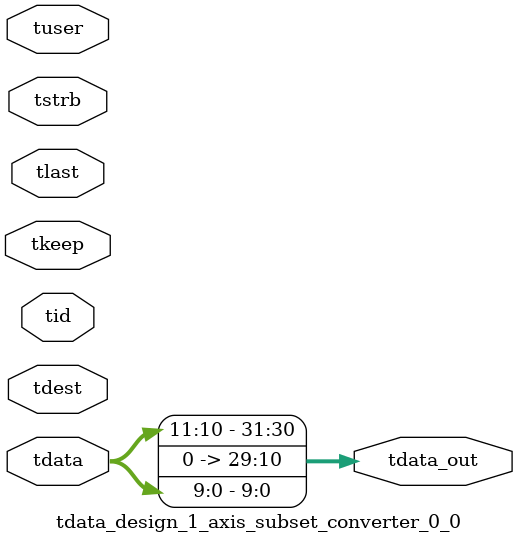
<source format=v>


`timescale 1ps/1ps

module tdata_design_1_axis_subset_converter_0_0 #
(
parameter C_S_AXIS_TDATA_WIDTH = 32,
parameter C_S_AXIS_TUSER_WIDTH = 0,
parameter C_S_AXIS_TID_WIDTH   = 0,
parameter C_S_AXIS_TDEST_WIDTH = 0,
parameter C_M_AXIS_TDATA_WIDTH = 32
)
(
input  [(C_S_AXIS_TDATA_WIDTH == 0 ? 1 : C_S_AXIS_TDATA_WIDTH)-1:0     ] tdata,
input  [(C_S_AXIS_TUSER_WIDTH == 0 ? 1 : C_S_AXIS_TUSER_WIDTH)-1:0     ] tuser,
input  [(C_S_AXIS_TID_WIDTH   == 0 ? 1 : C_S_AXIS_TID_WIDTH)-1:0       ] tid,
input  [(C_S_AXIS_TDEST_WIDTH == 0 ? 1 : C_S_AXIS_TDEST_WIDTH)-1:0     ] tdest,
input  [(C_S_AXIS_TDATA_WIDTH/8)-1:0 ] tkeep,
input  [(C_S_AXIS_TDATA_WIDTH/8)-1:0 ] tstrb,
input                                                                    tlast,
output [C_M_AXIS_TDATA_WIDTH-1:0] tdata_out
);

assign tdata_out = {20'b0,tdata[39:30],20'b0,tdata[29:20],20'b0,tdata[19:10],20'b0,tdata[9:0]};

endmodule


</source>
